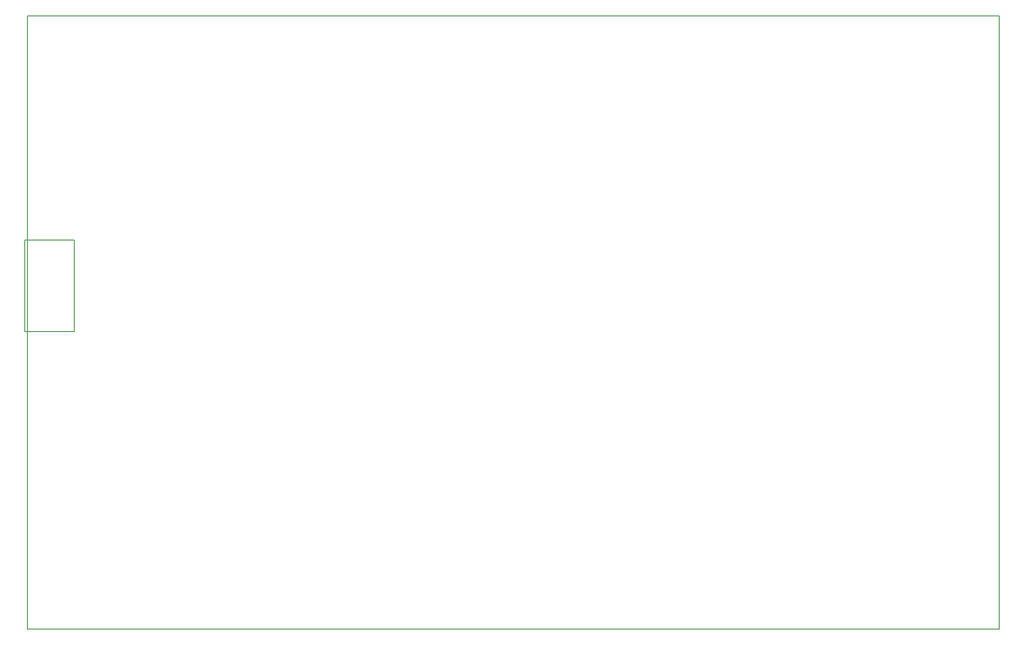
<source format=gbp>
G04 #@! TF.FileFunction,Paste,Bot*
%FSLAX46Y46*%
G04 Gerber Fmt 4.6, Leading zero omitted, Abs format (unit mm)*
G04 Created by KiCad (PCBNEW 4.0.4-stable) date 05/08/17 18:11:55*
%MOMM*%
%LPD*%
G01*
G04 APERTURE LIST*
%ADD10C,0.100000*%
%ADD11C,0.150000*%
G04 APERTURE END LIST*
D10*
D11*
X192623000Y24538000D02*
X192623000Y142038000D01*
X6623000Y24538000D02*
X192623000Y24538000D01*
X6623000Y142038000D02*
X6623000Y24538000D01*
X192623000Y142038000D02*
X6623000Y142038000D01*
X15623000Y99038000D02*
X6123000Y99038000D01*
X15633000Y81538000D02*
X6133000Y81538000D01*
X15623000Y99038000D02*
X15623000Y81538000D01*
X6123000Y99038000D02*
X6123000Y81538000D01*
M02*

</source>
